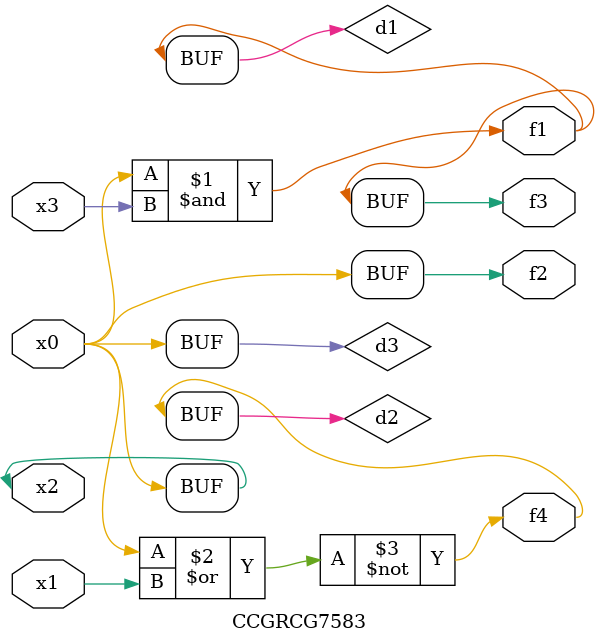
<source format=v>
module CCGRCG7583(
	input x0, x1, x2, x3,
	output f1, f2, f3, f4
);

	wire d1, d2, d3;

	and (d1, x2, x3);
	nor (d2, x0, x1);
	buf (d3, x0, x2);
	assign f1 = d1;
	assign f2 = d3;
	assign f3 = d1;
	assign f4 = d2;
endmodule

</source>
